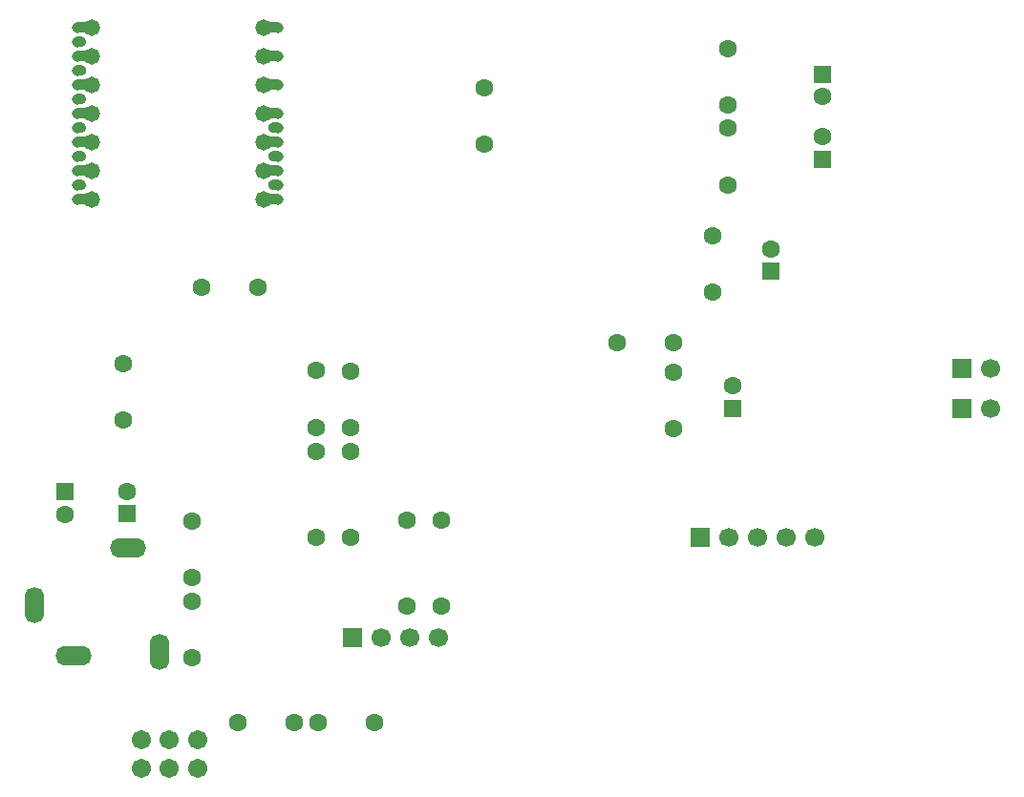
<source format=gbs>
G04 #@! TF.GenerationSoftware,KiCad,Pcbnew,9.0.2*
G04 #@! TF.CreationDate,2025-07-04T19:53:15+12:00*
G04 #@! TF.ProjectId,DuckyDK MTR-1,4475636b-7944-44b2-904d-54522d312e6b,rev?*
G04 #@! TF.SameCoordinates,Original*
G04 #@! TF.FileFunction,Soldermask,Bot*
G04 #@! TF.FilePolarity,Negative*
%FSLAX46Y46*%
G04 Gerber Fmt 4.6, Leading zero omitted, Abs format (unit mm)*
G04 Created by KiCad (PCBNEW 9.0.2) date 2025-07-04 19:53:15*
%MOMM*%
%LPD*%
G01*
G04 APERTURE LIST*
G04 Aperture macros list*
%AMRoundRect*
0 Rectangle with rounded corners*
0 $1 Rounding radius*
0 $2 $3 $4 $5 $6 $7 $8 $9 X,Y pos of 4 corners*
0 Add a 4 corners polygon primitive as box body*
4,1,4,$2,$3,$4,$5,$6,$7,$8,$9,$2,$3,0*
0 Add four circle primitives for the rounded corners*
1,1,$1+$1,$2,$3*
1,1,$1+$1,$4,$5*
1,1,$1+$1,$6,$7*
1,1,$1+$1,$8,$9*
0 Add four rect primitives between the rounded corners*
20,1,$1+$1,$2,$3,$4,$5,0*
20,1,$1+$1,$4,$5,$6,$7,0*
20,1,$1+$1,$6,$7,$8,$9,0*
20,1,$1+$1,$8,$9,$2,$3,0*%
G04 Aperture macros list end*
%ADD10C,0.000000*%
%ADD11R,1.700000X1.700000*%
%ADD12C,1.700000*%
%ADD13C,1.600000*%
%ADD14RoundRect,0.250000X0.550000X-0.550000X0.550000X0.550000X-0.550000X0.550000X-0.550000X-0.550000X0*%
%ADD15RoundRect,0.250000X-0.550000X0.550000X-0.550000X-0.550000X0.550000X-0.550000X0.550000X0.550000X0*%
%ADD16C,0.976200*%
%ADD17C,1.476200*%
%ADD18R,1.270000X0.903600*%
%ADD19O,1.270000X0.903600*%
%ADD20O,1.712000X3.220000*%
%ADD21O,3.220000X1.712000*%
%ADD22C,1.712000*%
G04 APERTURE END LIST*
G36*
X49225200Y-73146600D02*
G01*
X50088800Y-73146600D01*
X50088800Y-72243000D01*
X49225200Y-72243000D01*
X49225200Y-73146600D01*
G37*
G36*
X49225200Y-75686600D02*
G01*
X50088800Y-75686600D01*
X50088800Y-74783000D01*
X49225200Y-74783000D01*
X49225200Y-75686600D01*
G37*
G36*
X49225200Y-78226600D02*
G01*
X50088800Y-78226600D01*
X50088800Y-77323000D01*
X49225200Y-77323000D01*
X49225200Y-78226600D01*
G37*
G36*
X49225200Y-80766600D02*
G01*
X50088800Y-80766600D01*
X50088800Y-79863000D01*
X49225200Y-79863000D01*
X49225200Y-80766600D01*
G37*
G36*
X49225200Y-83306600D02*
G01*
X50088800Y-83306600D01*
X50088800Y-82403000D01*
X49225200Y-82403000D01*
X49225200Y-83306600D01*
G37*
G36*
X49225200Y-85846600D02*
G01*
X50088800Y-85846600D01*
X50088800Y-84943000D01*
X49225200Y-84943000D01*
X49225200Y-85846600D01*
G37*
G36*
X49225200Y-88386600D02*
G01*
X50088800Y-88386600D01*
X50088800Y-87483000D01*
X49225200Y-87483000D01*
X49225200Y-88386600D01*
G37*
G36*
X66243200Y-73146600D02*
G01*
X67106800Y-73146600D01*
X67106800Y-72243000D01*
X66243200Y-72243000D01*
X66243200Y-73146600D01*
G37*
G36*
X66243200Y-75686600D02*
G01*
X67106800Y-75686600D01*
X67106800Y-74783000D01*
X66243200Y-74783000D01*
X66243200Y-75686600D01*
G37*
G36*
X66243200Y-78226600D02*
G01*
X67106800Y-78226600D01*
X67106800Y-77323000D01*
X66243200Y-77323000D01*
X66243200Y-78226600D01*
G37*
G36*
X66243200Y-80766600D02*
G01*
X67106800Y-80766600D01*
X67106800Y-79863000D01*
X66243200Y-79863000D01*
X66243200Y-80766600D01*
G37*
G36*
X66243200Y-83306600D02*
G01*
X67106800Y-83306600D01*
X67106800Y-82403000D01*
X66243200Y-82403000D01*
X66243200Y-83306600D01*
G37*
G36*
X66243200Y-85846600D02*
G01*
X67106800Y-85846600D01*
X67106800Y-84943000D01*
X66243200Y-84943000D01*
X66243200Y-85846600D01*
G37*
G36*
X66243200Y-88386600D02*
G01*
X67106800Y-88386600D01*
X67106800Y-87483000D01*
X66243200Y-87483000D01*
X66243200Y-88386600D01*
G37*
D10*
G36*
X49790629Y-73533531D02*
G01*
X49911178Y-73594955D01*
X50009780Y-73693557D01*
X50088800Y-73936754D01*
X50088800Y-73988798D01*
X50068269Y-74118429D01*
X50006845Y-74238978D01*
X49908243Y-74337580D01*
X49665046Y-74416600D01*
X49225200Y-74416600D01*
X49225200Y-73513000D01*
X49660998Y-73513000D01*
X49790629Y-73533531D01*
G37*
G36*
X49790629Y-76073531D02*
G01*
X49911178Y-76134955D01*
X50009780Y-76233557D01*
X50088800Y-76476754D01*
X50088800Y-76528798D01*
X50068269Y-76658429D01*
X50006845Y-76778978D01*
X49908243Y-76877580D01*
X49665046Y-76956600D01*
X49225200Y-76956600D01*
X49225200Y-76053000D01*
X49660998Y-76053000D01*
X49790629Y-76073531D01*
G37*
G36*
X49790629Y-78613531D02*
G01*
X49911178Y-78674955D01*
X50009780Y-78773557D01*
X50088800Y-79016754D01*
X50088800Y-79068798D01*
X50068269Y-79198429D01*
X50006845Y-79318978D01*
X49908243Y-79417580D01*
X49665046Y-79496600D01*
X49225200Y-79496600D01*
X49225200Y-78593000D01*
X49660998Y-78593000D01*
X49790629Y-78613531D01*
G37*
G36*
X49790629Y-81153531D02*
G01*
X49911178Y-81214955D01*
X50009780Y-81313557D01*
X50088800Y-81556754D01*
X50088800Y-81608798D01*
X50068269Y-81738429D01*
X50006845Y-81858978D01*
X49908243Y-81957580D01*
X49665046Y-82036600D01*
X49225200Y-82036600D01*
X49225200Y-81133000D01*
X49660998Y-81133000D01*
X49790629Y-81153531D01*
G37*
G36*
X49790629Y-83693531D02*
G01*
X49911178Y-83754955D01*
X50009780Y-83853557D01*
X50088800Y-84096754D01*
X50088800Y-84148798D01*
X50068269Y-84278429D01*
X50006845Y-84398978D01*
X49908243Y-84497580D01*
X49665046Y-84576600D01*
X49225200Y-84576600D01*
X49225200Y-83673000D01*
X49660998Y-83673000D01*
X49790629Y-83693531D01*
G37*
G36*
X49790629Y-86233531D02*
G01*
X49911178Y-86294955D01*
X50009780Y-86393557D01*
X50088800Y-86636754D01*
X50088800Y-86688798D01*
X50068269Y-86818429D01*
X50006845Y-86938978D01*
X49908243Y-87037580D01*
X49665046Y-87116600D01*
X49225200Y-87116600D01*
X49225200Y-86213000D01*
X49660998Y-86213000D01*
X49790629Y-86233531D01*
G37*
G36*
X67106800Y-82036600D02*
G01*
X66671002Y-82036600D01*
X66541371Y-82016069D01*
X66420822Y-81954645D01*
X66322220Y-81856043D01*
X66243200Y-81612846D01*
X66243200Y-81560802D01*
X66263731Y-81431171D01*
X66325155Y-81310622D01*
X66423757Y-81212020D01*
X66666954Y-81133000D01*
X67106800Y-81133000D01*
X67106800Y-82036600D01*
G37*
G36*
X67106800Y-84576600D02*
G01*
X66671002Y-84576600D01*
X66541371Y-84556069D01*
X66420822Y-84494645D01*
X66322220Y-84396043D01*
X66243200Y-84152846D01*
X66243200Y-84100802D01*
X66263731Y-83971171D01*
X66325155Y-83850622D01*
X66423757Y-83752020D01*
X66666954Y-83673000D01*
X67106800Y-83673000D01*
X67106800Y-84576600D01*
G37*
G36*
X67106800Y-87116600D02*
G01*
X66671002Y-87116600D01*
X66541371Y-87096069D01*
X66420822Y-87034645D01*
X66322220Y-86936043D01*
X66243200Y-86692846D01*
X66243200Y-86640802D01*
X66263731Y-86511171D01*
X66325155Y-86390622D01*
X66423757Y-86292020D01*
X66666954Y-86213000D01*
X67106800Y-86213000D01*
X67106800Y-87116600D01*
G37*
D11*
X104495600Y-117906800D03*
D12*
X107035600Y-117906800D03*
X109575600Y-117906800D03*
X112115600Y-117906800D03*
X114655600Y-117906800D03*
D13*
X85344000Y-78037600D03*
X85344000Y-83037600D03*
X81534000Y-124002800D03*
X81534000Y-116382800D03*
X102122956Y-100700556D03*
X97122956Y-100700556D03*
X73507600Y-117917600D03*
X73507600Y-110297600D03*
X59436000Y-121473600D03*
X59436000Y-116473600D03*
X78536800Y-124002800D03*
X78536800Y-116382800D03*
X73507600Y-108174800D03*
X73507600Y-103174800D03*
X106984800Y-74557513D03*
X106984800Y-79557513D03*
X105633200Y-91175200D03*
X105633200Y-96175200D03*
X60288800Y-95758000D03*
X65288800Y-95758000D03*
D14*
X107355356Y-106491756D03*
D13*
X107355356Y-104491756D03*
D14*
X110764000Y-94335600D03*
D13*
X110764000Y-92335600D03*
X102173756Y-103290643D03*
X102173756Y-108290643D03*
X106984800Y-81658713D03*
X106984800Y-86658713D03*
D11*
X73660000Y-126847600D03*
D12*
X76200000Y-126847600D03*
X78740000Y-126847600D03*
X81280000Y-126847600D03*
D14*
X115366800Y-84419513D03*
D13*
X115366800Y-82419513D03*
D15*
X48209200Y-113914488D03*
D13*
X48209200Y-115914488D03*
X70510400Y-117917600D03*
X70510400Y-110297600D03*
D14*
X53746400Y-115853600D03*
D13*
X53746400Y-113853600D03*
X70510400Y-108164000D03*
X70510400Y-103164000D03*
D16*
X49276000Y-72694800D03*
D17*
X50546000Y-72694800D03*
D16*
X49276000Y-75234800D03*
D17*
X50546000Y-75234800D03*
D16*
X49276000Y-77774800D03*
D17*
X50546000Y-77774800D03*
D16*
X49276000Y-80314800D03*
D17*
X50546000Y-80314800D03*
D16*
X49276000Y-82854800D03*
D17*
X50546000Y-82854800D03*
D16*
X49276000Y-85394800D03*
D17*
X50546000Y-85394800D03*
D16*
X49276000Y-87934800D03*
D17*
X50546000Y-87934800D03*
X65786000Y-87934800D03*
D16*
X67056000Y-87934800D03*
D17*
X65786000Y-85394800D03*
D16*
X67056000Y-85394800D03*
D17*
X65786000Y-82854800D03*
D18*
X66466000Y-82854800D03*
D16*
X67056000Y-82854800D03*
D17*
X65786000Y-80314800D03*
D16*
X67056000Y-80314800D03*
D17*
X65786000Y-77774800D03*
D18*
X66486000Y-77774800D03*
D16*
X67056000Y-77774800D03*
D17*
X65786000Y-75234800D03*
D16*
X67056000Y-75234800D03*
D17*
X65786000Y-72694800D03*
D16*
X67056000Y-72694800D03*
X49276000Y-73964800D03*
X49276000Y-76504800D03*
D19*
X49456000Y-76504800D03*
D16*
X49276000Y-79044800D03*
X49276000Y-81584800D03*
X49276000Y-84124800D03*
X49276000Y-86664800D03*
X67056000Y-86664800D03*
X67056000Y-84124800D03*
X67056000Y-81584800D03*
D11*
X127711200Y-102920800D03*
D12*
X130251200Y-102920800D03*
D13*
X53340000Y-107554400D03*
X53340000Y-102554400D03*
D15*
X115366800Y-76850313D03*
D13*
X115366800Y-78850313D03*
X63540000Y-134326000D03*
X68540000Y-134326000D03*
X59436000Y-128636400D03*
X59436000Y-123636400D03*
X70652000Y-134326000D03*
X75652000Y-134326000D03*
D20*
X45470400Y-123910700D03*
D21*
X48970400Y-128410700D03*
X53770400Y-118910700D03*
D20*
X56570400Y-128110700D03*
D22*
X54954800Y-135930000D03*
X54954800Y-138430000D03*
X57454800Y-135930000D03*
X57454800Y-138430000D03*
X59954800Y-135930000D03*
X59954800Y-138430000D03*
D11*
X127711200Y-106476800D03*
D12*
X130251200Y-106476800D03*
M02*

</source>
